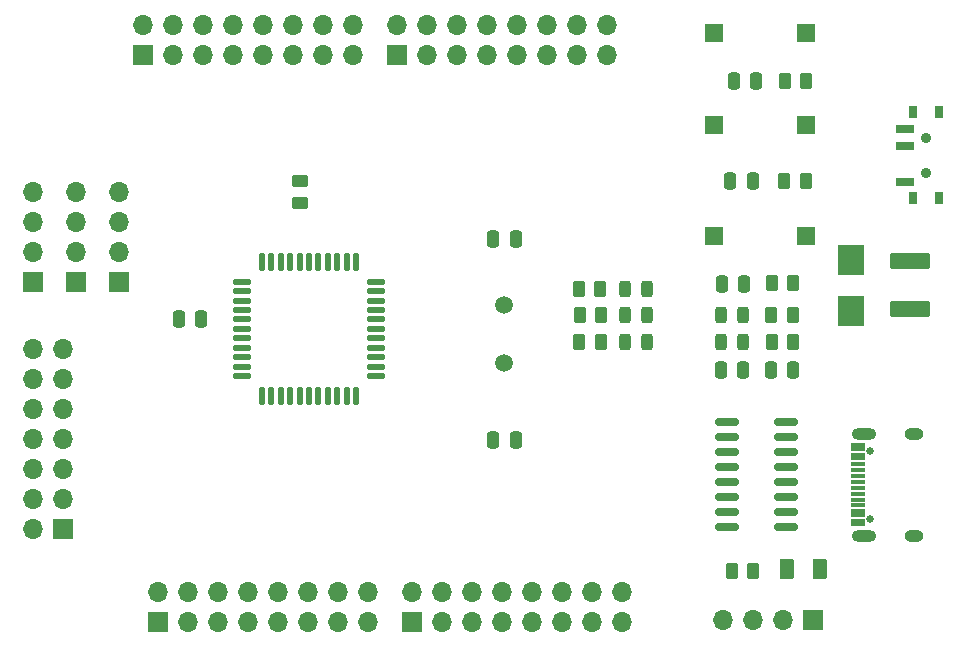
<source format=gbr>
%TF.GenerationSoftware,KiCad,Pcbnew,(6.0.4)*%
%TF.CreationDate,2022-05-14T14:59:48+08:00*%
%TF.ProjectId,51,35312e6b-6963-4616-945f-706362585858,rev?*%
%TF.SameCoordinates,Original*%
%TF.FileFunction,Soldermask,Top*%
%TF.FilePolarity,Negative*%
%FSLAX46Y46*%
G04 Gerber Fmt 4.6, Leading zero omitted, Abs format (unit mm)*
G04 Created by KiCad (PCBNEW (6.0.4)) date 2022-05-14 14:59:48*
%MOMM*%
%LPD*%
G01*
G04 APERTURE LIST*
G04 Aperture macros list*
%AMRoundRect*
0 Rectangle with rounded corners*
0 $1 Rounding radius*
0 $2 $3 $4 $5 $6 $7 $8 $9 X,Y pos of 4 corners*
0 Add a 4 corners polygon primitive as box body*
4,1,4,$2,$3,$4,$5,$6,$7,$8,$9,$2,$3,0*
0 Add four circle primitives for the rounded corners*
1,1,$1+$1,$2,$3*
1,1,$1+$1,$4,$5*
1,1,$1+$1,$6,$7*
1,1,$1+$1,$8,$9*
0 Add four rect primitives between the rounded corners*
20,1,$1+$1,$2,$3,$4,$5,0*
20,1,$1+$1,$4,$5,$6,$7,0*
20,1,$1+$1,$6,$7,$8,$9,0*
20,1,$1+$1,$8,$9,$2,$3,0*%
G04 Aperture macros list end*
%ADD10RoundRect,0.249999X-1.450001X0.450001X-1.450001X-0.450001X1.450001X-0.450001X1.450001X0.450001X0*%
%ADD11RoundRect,0.250000X0.250000X0.475000X-0.250000X0.475000X-0.250000X-0.475000X0.250000X-0.475000X0*%
%ADD12RoundRect,0.243750X-0.243750X-0.456250X0.243750X-0.456250X0.243750X0.456250X-0.243750X0.456250X0*%
%ADD13RoundRect,0.250000X-0.250000X-0.475000X0.250000X-0.475000X0.250000X0.475000X-0.250000X0.475000X0*%
%ADD14RoundRect,0.243750X0.243750X0.456250X-0.243750X0.456250X-0.243750X-0.456250X0.243750X-0.456250X0*%
%ADD15RoundRect,0.250000X0.262500X0.450000X-0.262500X0.450000X-0.262500X-0.450000X0.262500X-0.450000X0*%
%ADD16C,0.650000*%
%ADD17R,1.150000X0.300000*%
%ADD18O,1.600000X1.000000*%
%ADD19O,2.100000X1.000000*%
%ADD20R,1.700000X1.700000*%
%ADD21O,1.700000X1.700000*%
%ADD22C,1.500000*%
%ADD23R,1.500000X1.500000*%
%ADD24RoundRect,0.137500X0.137500X-0.600000X0.137500X0.600000X-0.137500X0.600000X-0.137500X-0.600000X0*%
%ADD25RoundRect,0.137500X0.600000X-0.137500X0.600000X0.137500X-0.600000X0.137500X-0.600000X-0.137500X0*%
%ADD26RoundRect,0.250000X-0.262500X-0.450000X0.262500X-0.450000X0.262500X0.450000X-0.262500X0.450000X0*%
%ADD27C,0.900000*%
%ADD28R,0.800000X1.000000*%
%ADD29R,1.500000X0.700000*%
%ADD30RoundRect,0.150000X-0.825000X-0.150000X0.825000X-0.150000X0.825000X0.150000X-0.825000X0.150000X0*%
%ADD31RoundRect,0.250000X-0.450000X0.262500X-0.450000X-0.262500X0.450000X-0.262500X0.450000X0.262500X0*%
%ADD32R,2.300000X2.500000*%
%ADD33RoundRect,0.250000X0.375000X0.625000X-0.375000X0.625000X-0.375000X-0.625000X0.375000X-0.625000X0*%
G04 APERTURE END LIST*
D10*
%TO.C,TH1*%
X167000000Y-86950000D03*
X167000000Y-91050000D03*
%TD*%
D11*
%TO.C,C7*%
X106950000Y-91900000D03*
X105050000Y-91900000D03*
%TD*%
D12*
%TO.C,D2*%
X150962500Y-93800000D03*
X152837500Y-93800000D03*
%TD*%
D13*
%TO.C,C10*%
X151050000Y-88900000D03*
X152950000Y-88900000D03*
%TD*%
D11*
%TO.C,C1*%
X157100000Y-96150000D03*
X155200000Y-96150000D03*
%TD*%
D14*
%TO.C,D5*%
X144725000Y-93850000D03*
X142850000Y-93850000D03*
%TD*%
D15*
%TO.C,R2*%
X153712500Y-113200000D03*
X151887500Y-113200000D03*
%TD*%
D16*
%TO.C,USBC1*%
X163630000Y-108790000D03*
X163630000Y-103010000D03*
D17*
X162565000Y-109250000D03*
X162565000Y-108450000D03*
X162565000Y-107150000D03*
X162565000Y-106150000D03*
X162565000Y-105650000D03*
X162565000Y-104650000D03*
X162565000Y-103350000D03*
X162565000Y-102550000D03*
X162565000Y-102850000D03*
X162565000Y-103650000D03*
X162565000Y-104150000D03*
X162565000Y-105150000D03*
X162565000Y-106650000D03*
X162565000Y-107650000D03*
X162565000Y-108150000D03*
X162565000Y-108950000D03*
D18*
X167310000Y-101580000D03*
D19*
X163130000Y-110220000D03*
X163130000Y-101580000D03*
D18*
X167310000Y-110220000D03*
%TD*%
D11*
%TO.C,C2*%
X152850000Y-96150000D03*
X150950000Y-96150000D03*
%TD*%
D15*
%TO.C,R8*%
X140862500Y-91550000D03*
X139037500Y-91550000D03*
%TD*%
D20*
%TO.C,J5*%
X103275000Y-117475000D03*
D21*
X103275000Y-114935000D03*
X105815000Y-117475000D03*
X105815000Y-114935000D03*
X108355000Y-117475000D03*
X108355000Y-114935000D03*
X110895000Y-117475000D03*
X110895000Y-114935000D03*
X113435000Y-117475000D03*
X113435000Y-114935000D03*
X115975000Y-117475000D03*
X115975000Y-114935000D03*
X118515000Y-117475000D03*
X118515000Y-114935000D03*
X121055000Y-117475000D03*
X121055000Y-114935000D03*
%TD*%
D20*
%TO.C,J7*%
X124825000Y-117475000D03*
D21*
X124825000Y-114935000D03*
X127365000Y-117475000D03*
X127365000Y-114935000D03*
X129905000Y-117475000D03*
X129905000Y-114935000D03*
X132445000Y-117475000D03*
X132445000Y-114935000D03*
X134985000Y-117475000D03*
X134985000Y-114935000D03*
X137525000Y-117475000D03*
X137525000Y-114935000D03*
X140065000Y-117475000D03*
X140065000Y-114935000D03*
X142605000Y-117475000D03*
X142605000Y-114935000D03*
%TD*%
D13*
%TO.C,C6*%
X152050000Y-71700000D03*
X153950000Y-71700000D03*
%TD*%
D20*
%TO.C,J1*%
X158800000Y-117350000D03*
D21*
X156260000Y-117350000D03*
X153720000Y-117350000D03*
X151180000Y-117350000D03*
%TD*%
D22*
%TO.C,Y1*%
X132650000Y-90650000D03*
X132650000Y-95550000D03*
%TD*%
D11*
%TO.C,C9*%
X133600000Y-102100000D03*
X131700000Y-102100000D03*
%TD*%
D23*
%TO.C,SW1*%
X158200000Y-75450000D03*
X150400000Y-75450000D03*
%TD*%
D11*
%TO.C,C8*%
X133600000Y-85100000D03*
X131700000Y-85100000D03*
%TD*%
D20*
%TO.C,J6*%
X123550000Y-69500000D03*
D21*
X123550000Y-66960000D03*
X126090000Y-69500000D03*
X126090000Y-66960000D03*
X128630000Y-69500000D03*
X128630000Y-66960000D03*
X131170000Y-69500000D03*
X131170000Y-66960000D03*
X133710000Y-69500000D03*
X133710000Y-66960000D03*
X136250000Y-69500000D03*
X136250000Y-66960000D03*
X138790000Y-69500000D03*
X138790000Y-66960000D03*
X141330000Y-69500000D03*
X141330000Y-66960000D03*
%TD*%
D14*
%TO.C,D6*%
X144737500Y-91550000D03*
X142862500Y-91550000D03*
%TD*%
D23*
%TO.C,SW3*%
X158150000Y-84850000D03*
X150350000Y-84850000D03*
%TD*%
D20*
%TO.C,J4*%
X102075000Y-69525000D03*
D21*
X102075000Y-66985000D03*
X104615000Y-69525000D03*
X104615000Y-66985000D03*
X107155000Y-69525000D03*
X107155000Y-66985000D03*
X109695000Y-69525000D03*
X109695000Y-66985000D03*
X112235000Y-69525000D03*
X112235000Y-66985000D03*
X114775000Y-69525000D03*
X114775000Y-66985000D03*
X117315000Y-69525000D03*
X117315000Y-66985000D03*
X119855000Y-69525000D03*
X119855000Y-66985000D03*
%TD*%
D20*
%TO.C,J2*%
X92750000Y-88740000D03*
D21*
X92750000Y-86200000D03*
X92750000Y-83660000D03*
X92750000Y-81120000D03*
%TD*%
D24*
%TO.C,U2*%
X112100000Y-98362500D03*
X112900000Y-98362500D03*
X113700000Y-98362500D03*
X114500000Y-98362500D03*
X115300000Y-98362500D03*
X116100000Y-98362500D03*
X116900000Y-98362500D03*
X117700000Y-98362500D03*
X118500000Y-98362500D03*
X119300000Y-98362500D03*
X120100000Y-98362500D03*
D25*
X121762500Y-96700000D03*
X121762500Y-95900000D03*
X121762500Y-95100000D03*
X121762500Y-94300000D03*
X121762500Y-93500000D03*
X121762500Y-92700000D03*
X121762500Y-91900000D03*
X121762500Y-91100000D03*
X121762500Y-90300000D03*
X121762500Y-89500000D03*
X121762500Y-88700000D03*
D24*
X120100000Y-87037500D03*
X119300000Y-87037500D03*
X118500000Y-87037500D03*
X117700000Y-87037500D03*
X116900000Y-87037500D03*
X116100000Y-87037500D03*
X115300000Y-87037500D03*
X114500000Y-87037500D03*
X113700000Y-87037500D03*
X112900000Y-87037500D03*
X112100000Y-87037500D03*
D25*
X110437500Y-88700000D03*
X110437500Y-89500000D03*
X110437500Y-90300000D03*
X110437500Y-91100000D03*
X110437500Y-91900000D03*
X110437500Y-92700000D03*
X110437500Y-93500000D03*
X110437500Y-94300000D03*
X110437500Y-95100000D03*
X110437500Y-95900000D03*
X110437500Y-96700000D03*
%TD*%
D15*
%TO.C,R6*%
X140762500Y-89300000D03*
X138937500Y-89300000D03*
%TD*%
D26*
%TO.C,R4*%
X155250000Y-91500000D03*
X157075000Y-91500000D03*
%TD*%
D13*
%TO.C,C3*%
X151750000Y-80200000D03*
X153650000Y-80200000D03*
%TD*%
D26*
%TO.C,R3*%
X155287500Y-93800000D03*
X157112500Y-93800000D03*
%TD*%
D27*
%TO.C,S1*%
X168330000Y-76500000D03*
X168330000Y-79500000D03*
D28*
X169430000Y-74350000D03*
X167220000Y-74350000D03*
X167220000Y-81650000D03*
X169430000Y-81650000D03*
D29*
X166570000Y-80250000D03*
X166570000Y-77250000D03*
X166570000Y-75750000D03*
%TD*%
D30*
%TO.C,U1*%
X151525000Y-100555000D03*
X151525000Y-101825000D03*
X151525000Y-103095000D03*
X151525000Y-104365000D03*
X151525000Y-105635000D03*
X151525000Y-106905000D03*
X151525000Y-108175000D03*
X151525000Y-109445000D03*
X156475000Y-109445000D03*
X156475000Y-108175000D03*
X156475000Y-106905000D03*
X156475000Y-105635000D03*
X156475000Y-104365000D03*
X156475000Y-103095000D03*
X156475000Y-101825000D03*
X156475000Y-100555000D03*
%TD*%
D14*
%TO.C,D4*%
X144737500Y-89300000D03*
X142862500Y-89300000D03*
%TD*%
D15*
%TO.C,R5*%
X158200000Y-71700000D03*
X156375000Y-71700000D03*
%TD*%
D20*
%TO.C,J9*%
X100050000Y-88700000D03*
D21*
X100050000Y-86160000D03*
X100050000Y-83620000D03*
X100050000Y-81080000D03*
%TD*%
D31*
%TO.C,R9*%
X115300000Y-80187500D03*
X115300000Y-82012500D03*
%TD*%
D20*
%TO.C,J3*%
X95275000Y-109625000D03*
D21*
X92735000Y-109625000D03*
X95275000Y-107085000D03*
X92735000Y-107085000D03*
X95275000Y-104545000D03*
X92735000Y-104545000D03*
X95275000Y-102005000D03*
X92735000Y-102005000D03*
X95275000Y-99465000D03*
X92735000Y-99465000D03*
X95275000Y-96925000D03*
X92735000Y-96925000D03*
X95275000Y-94385000D03*
X92735000Y-94385000D03*
%TD*%
D15*
%TO.C,R7*%
X140812500Y-93850000D03*
X138987500Y-93850000D03*
%TD*%
%TO.C,R1*%
X158162500Y-80200000D03*
X156337500Y-80200000D03*
%TD*%
D32*
%TO.C,DR1*%
X162000000Y-86850000D03*
X162000000Y-91150000D03*
%TD*%
D33*
%TO.C,D1*%
X159400000Y-113000000D03*
X156600000Y-113000000D03*
%TD*%
D15*
%TO.C,R10*%
X157112500Y-88850000D03*
X155287500Y-88850000D03*
%TD*%
D12*
%TO.C,D3*%
X150962500Y-91550000D03*
X152837500Y-91550000D03*
%TD*%
D23*
%TO.C,SW2*%
X150350000Y-67650000D03*
X158150000Y-67650000D03*
%TD*%
D20*
%TO.C,J8*%
X96350000Y-88700000D03*
D21*
X96350000Y-86160000D03*
X96350000Y-83620000D03*
X96350000Y-81080000D03*
%TD*%
M02*

</source>
